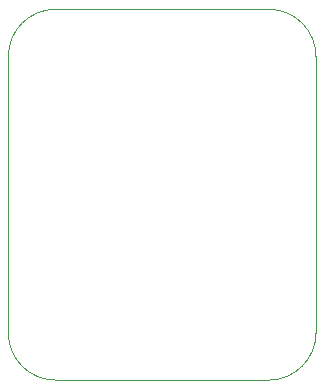
<source format=gbr>
%TF.GenerationSoftware,KiCad,Pcbnew,8.0.7*%
%TF.CreationDate,2025-05-21T10:55:58+00:00*%
%TF.ProjectId,QC-Hack_reDesign,51432d48-6163-46b5-9f72-654465736967,v1*%
%TF.SameCoordinates,Original*%
%TF.FileFunction,Profile,NP*%
%FSLAX46Y46*%
G04 Gerber Fmt 4.6, Leading zero omitted, Abs format (unit mm)*
G04 Created by KiCad (PCBNEW 8.0.7) date 2025-05-21 10:55:58*
%MOMM*%
%LPD*%
G01*
G04 APERTURE LIST*
%TA.AperFunction,Profile*%
%ADD10C,0.100000*%
%TD*%
G04 APERTURE END LIST*
D10*
X46075000Y-22450000D02*
G75*
G02*
X50075000Y-26450000I0J-4000000D01*
G01*
X24025000Y-49850000D02*
X24025000Y-26450000D01*
X24025000Y-26450000D02*
G75*
G02*
X28025000Y-22450000I4000000J0D01*
G01*
X50075000Y-49850000D02*
G75*
G02*
X46075000Y-53850000I-4000000J0D01*
G01*
X46075000Y-53850000D02*
X28025000Y-53850000D01*
X50075000Y-26450000D02*
X50075000Y-49850000D01*
X28025000Y-22450000D02*
X46075000Y-22450000D01*
X28025000Y-53850000D02*
G75*
G02*
X24025000Y-49850000I0J4000000D01*
G01*
M02*

</source>
